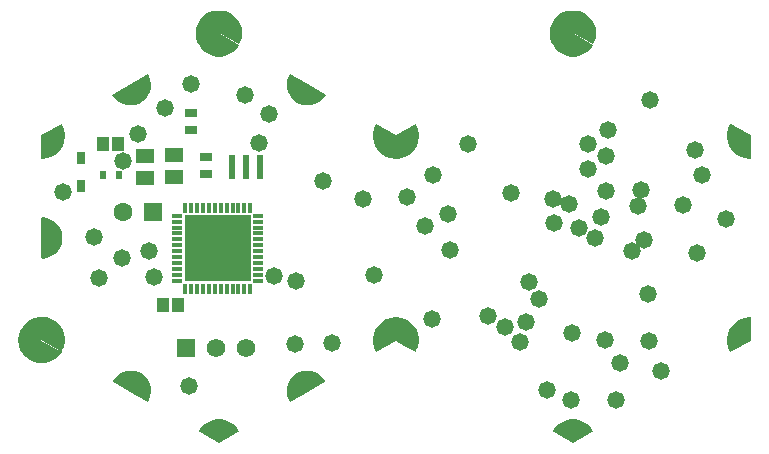
<source format=gbr>
%FSTAX23Y23*%
%MOIN*%
%SFA1B1*%

%IPPOS*%
%AMD40*
4,1,8,-0.011800,0.020500,-0.011800,0.020500,-0.020500,-0.011800,-0.020500,-0.011800,0.011900,-0.020500,0.011900,-0.020500,0.020500,0.011800,0.020500,0.011800,-0.011800,0.020500,0.0*
1,1,0.047370,0.000000,0.000000*
1,1,0.047370,0.000000,0.000000*
1,1,0.047370,0.000000,0.000000*
1,1,0.047370,0.000000,0.000000*
%
%AMD41*
4,1,8,-0.023700,0.000000,-0.023700,0.000000,0.000000,-0.023700,0.000000,-0.023700,0.023700,0.000000,0.023700,0.000000,0.000000,0.023700,0.000000,0.023700,-0.023700,0.000000,0.0*
1,1,0.047370,0.000000,0.000000*
1,1,0.047370,0.000000,0.000000*
1,1,0.047370,0.000000,0.000000*
1,1,0.047370,0.000000,0.000000*
%
%AMD42*
4,1,8,0.011900,0.020500,0.011900,0.020500,-0.020500,0.011800,-0.020500,0.011800,-0.011900,-0.020500,-0.011900,-0.020500,0.020500,-0.011900,0.020500,-0.011900,0.011900,0.020500,0.0*
1,1,0.047370,0.000000,0.000000*
1,1,0.047370,0.000000,0.000000*
1,1,0.047370,0.000000,0.000000*
1,1,0.047370,0.000000,0.000000*
%
%ADD38R,0.038976X0.029134*%
G04~CAMADD=40~8~0.0~0.0~473.7~473.7~236.9~0.0~15~0.0~0.0~0.0~0.0~0~0.0~0.0~0.0~0.0~0~0.0~0.0~0.0~30.0~474.0~473.0*
%ADD40D40*%
G04~CAMADD=41~8~0.0~0.0~473.7~473.7~236.9~0.0~15~0.0~0.0~0.0~0.0~0~0.0~0.0~0.0~0.0~0~0.0~0.0~0.0~90.0~474.0~473.0*
%ADD41D41*%
G04~CAMADD=42~8~0.0~0.0~473.7~473.7~236.9~0.0~15~0.0~0.0~0.0~0.0~0~0.0~0.0~0.0~0.0~0~0.0~0.0~0.0~330.0~474.0~473.0*
%ADD42D42*%
%ADD43C,0.063118*%
%ADD44R,0.063118X0.063118*%
%ADD45C,0.061811*%
%ADD46R,0.061811X0.061811*%
%ADD47C,0.058000*%
%ADD59R,0.224409X0.224409*%
%ADD60R,0.023622X0.031496*%
%ADD61R,0.011811X0.033465*%
%ADD63R,0.033465X0.011811*%
%ADD64R,0.023752X0.082803*%
%ADD65R,0.039496X0.045401*%
%ADD66R,0.027685X0.043433*%
%ADD67R,0.063000X0.051000*%
G36*
X00604Y00755D02*
X00619Y00749D01*
X00632Y00739*
X00643Y00728*
X00651Y00714*
X00656Y00699*
X00658Y00683*
X00657Y00667*
X00652Y00652*
X00648Y00645*
X00581Y00684*
X00513Y00645*
X00509Y00652*
X00505Y00667*
X00503Y00683*
X00505Y00699*
X0051Y00714*
X00519Y00728*
X00529Y00739*
X00542Y00749*
X00557Y00755*
X00573Y00758*
X00589*
X00604Y00755*
G37*
G36*
X-00576D02*
X-00561Y00749D01*
X-00548Y00739*
X-00537Y00728*
X-00529Y00714*
X-00524Y00699*
X-00522Y00683*
X-00523Y00667*
X-00528Y00652*
X-00532Y00645*
X-006Y00684*
X-00667Y00645*
X-00671Y00652*
X-00676Y00667*
X-00677Y00683*
X-00675Y00699*
X-0067Y00714*
X-00662Y00728*
X-00651Y00739*
X-00638Y00749*
X-00623Y00755*
X-00607Y00758*
X-00592*
X-00576Y00755*
G37*
G36*
X00648Y00644D02*
X00645Y00638D01*
X00636Y00628*
X00626Y00619*
X00614Y00612*
X00601Y00607*
X00588Y00604*
X00574Y00604*
X0056Y00607*
X00547Y00612*
X00535Y00619*
X00525Y00628*
X00516Y00639*
X00513Y00645*
X00581Y00684*
X00648Y00644*
G37*
G36*
X-00532D02*
X-00535Y00638D01*
X-00544Y00628*
X-00554Y00619*
X-00566Y00612*
X-00579Y00607*
X-00593Y00604*
X-00606Y00604*
X-0062Y00607*
X-00633Y00612*
X-00645Y00619*
X-00655Y00628*
X-00664Y00639*
X-00667Y00645*
X-00599Y00684*
X-00532Y00644*
G37*
G36*
X-00363Y00547D02*
X-00363Y00547D01*
X-00303Y00513*
X-00244Y00478*
X-00244Y00478*
X-00244Y00478*
X-00247Y00472*
X-00256Y00462*
X-00267Y00453*
X-00279Y00447*
X-00292Y00443*
X-00306Y00442*
X-0032Y00443*
X-00333Y00448*
X-00339Y00451*
X-00345Y00455*
X-00355Y00464*
X-00363Y00475*
X-00369Y00487*
X-00373Y00501*
X-00374Y00515*
X-00371Y00528*
X-00367Y00541*
X-00363Y00547*
X-00363Y00547*
G37*
G36*
X-00833Y00541D02*
X-00828Y00528D01*
X-00826Y00515*
X-00826Y00501*
X-0083Y00487*
X-00836Y00475*
X-00844Y00464*
X-00854Y00455*
X-00866Y00448*
X-00879Y00443*
X-00893Y00442*
X-00907Y00443*
X-0092Y00447*
X-00932Y00453*
X-00943Y00462*
X-00952Y00472*
X-00955Y00478*
X-00836Y00547*
X-00833Y00541*
G37*
G36*
X-01124Y00381D02*
D01*
G37*
G36*
X-00009Y00343D02*
X00056Y00381D01*
X00059Y00375*
X00064Y00362*
X00067Y00348*
X00067Y00335*
X00065Y00321*
X0006Y00308*
X00053Y00296*
X00044Y00286*
X00034Y00277*
X00022Y0027*
X00009Y00266*
X-00004Y00264*
X-00009Y00264*
X-00014Y00264*
X-00027Y00266*
X-00041Y0027*
X-00053Y00277*
X-00063Y00286*
X-00072Y00296*
X-00079Y00308*
X-00084Y00321*
X-00086Y00335*
X-00086Y00348*
X-00083Y00362*
X-00078Y00375*
X-00075Y00381*
X-00009Y00343*
G37*
G36*
X-01124Y0038D02*
X-01124Y00381D01*
X-01121Y00375*
X-01116Y00362*
X-01113Y00348*
X-01113Y00335*
X-01115Y00321*
X-0112Y00308*
X-01127Y00296*
X-01136Y00286*
X-01146Y00277*
X-01146Y00277*
X-01146Y00277*
X-01159Y0027*
X-01172Y00265*
X-01185Y00263*
X-01192Y00264*
X-01192Y00342*
X-01124Y00381*
X-01124Y0038*
G37*
G36*
X01106Y0038D02*
X01106Y0038D01*
X01132Y00366*
X01173Y00342*
Y00342*
X01173Y00341*
X01173Y00294*
Y00264*
X01173*
Y00263*
X01166Y00263*
X01153Y00265*
X0114Y0027*
X01128Y00277*
X01117Y00285*
X01108Y00296*
X01105Y00302*
X01101Y00308*
X01096Y00321*
X01094Y00335*
X01094Y00348*
X01097Y00362*
X01102Y00375*
X01105Y00381*
X01106Y0038*
G37*
G36*
X-01171Y00066D02*
X-01159Y00061D01*
X-01147Y00054*
X-01137Y00044*
X-01129Y00033*
X-01124Y0002*
X-01121Y00006*
Y-00006*
X-01124Y-0002*
X-01129Y-00033*
X-01137Y-00044*
X-01147Y-00054*
X-01159Y-00061*
X-01171Y-00066*
X-01172Y-00066*
X-01172Y-00066*
X-01185Y-00069*
X-01192Y-00068*
X-01192Y00068*
X-01192Y00068*
Y00068*
X-01185Y00069*
X-01171Y00066*
G37*
G36*
X01173Y-00264D02*
D01*
Y-00342*
X01105Y-00381*
X01102Y-00375*
X01097Y-00362*
X01094Y-00348*
X01094Y-00335*
X01096Y-00321*
X01101Y-00308*
X01108Y-00296*
X01117Y-00286*
X01128Y-00277*
X0114Y-0027*
X01153Y-00266*
X01166Y-00264*
X01173Y-00264*
G37*
G36*
X00009Y-00266D02*
X00022Y-0027D01*
X00034Y-00277*
X00044Y-00286*
X00053Y-00296*
X0006Y-00308*
X00065Y-00321*
X00067Y-00335*
X00067Y-00348*
X00064Y-00362*
X00059Y-00375*
X00056Y-00381*
X00023Y-00362*
X-00009Y-00343*
X-00075Y-00381*
X-00078Y-00375*
X-00083Y-00362*
X-00086Y-00348*
X-00086Y-00335*
X-00084Y-00321*
X-00079Y-00308*
X-00072Y-00296*
X-00063Y-00286*
X-00053Y-00277*
X-00041Y-0027*
X-00027Y-00266*
X-00014Y-00264*
X-00009Y-00264*
X-00004Y-00264*
X00009Y-00266*
G37*
G36*
X-01171Y-00265D02*
X-01158Y-0027D01*
X-01146Y-00277*
X-01136Y-00285*
X-01127Y-00296*
X-0112Y-00308*
X-01115Y-00321*
X-01113Y-00334*
X-01113Y-00348*
X-01116Y-00362*
X-01121Y-00375*
X-01124Y-0038*
X-01192Y-00341*
X-01192Y-00263*
X-01185Y-00263*
X-01171Y-00265*
G37*
G36*
X00056Y-00381D02*
D01*
G37*
G36*
X-01192Y-00342D02*
X-01124Y-00381D01*
X-01129Y-00387*
X-0114Y-00399*
X-01153Y-00408*
X-01167Y-00414*
X-01183Y-00418*
X-01199Y-00417*
X-01215Y-00414*
X-01229Y-00407*
X-01242Y-00398*
X-01253Y-00386*
X-01261Y-00372*
X-01266Y-00357*
X-01268Y-00341*
X-01266Y-00325*
X-01261Y-0031*
X-01253Y-00296*
X-01243Y-00284*
X-0123Y-00274*
X-01216Y-00267*
X-012Y-00264*
X-01192Y-00264*
X-01192Y-00342*
G37*
G36*
X-00292Y-00443D02*
X-00279Y-00447D01*
X-00267Y-00453*
X-00256Y-00462*
X-00247Y-00472*
X-00244Y-00478*
X-00303Y-00513*
X-00363Y-00547*
X-00366Y-00541*
X-00371Y-00528*
X-00373Y-00515*
X-00373Y-00501*
X-00369Y-00487*
X-00363Y-00475*
X-00355Y-00464*
X-00345Y-00455*
X-00333Y-00448*
X-0032Y-00443*
X-00306Y-00442*
X-00292Y-00443*
G37*
G36*
X-00879Y-00443D02*
X-00866Y-00448D01*
X-0086Y-00451*
X-00854Y-00455*
X-00844Y-00464*
X-00836Y-00475*
X-0083Y-00487*
X-00826Y-00501*
X-00825Y-00515*
X-00828Y-00528*
X-00832Y-00541*
X-00836Y-00547*
X-00836Y-00547*
X-00836Y-00547*
X-00896Y-00513*
X-00955Y-00478*
X-00955Y-00478*
X-00955Y-00478*
X-00952Y-00472*
X-00943Y-00462*
X-00932Y-00453*
X-0092Y-00447*
X-00907Y-00443*
X-00893Y-00442*
X-00879Y-00443*
G37*
G36*
X00587Y-00604D02*
X00601Y-00607D01*
X00614Y-00612*
X00626Y-00619*
X00636Y-00628*
X00645Y-00639*
X00648Y-00645*
X00645Y-00647*
X00645Y-00647*
X00581Y-00684*
X00516Y-00647*
X00517Y-00646*
X00513Y-00644*
X00516Y-00638*
X00525Y-00628*
X00535Y-00619*
X00547Y-00612*
X0056Y-00607*
X00574Y-00604*
X00587Y-00604*
G37*
G36*
X-00593D02*
X-00579Y-00607D01*
X-00566Y-00612*
X-00554Y-00619*
X-00544Y-00628*
X-00535Y-00639*
X-00532Y-00645*
X-00535Y-00647*
X-00535Y-00647*
X-006Y-00684*
X-00664Y-00647*
X-00664Y-00646*
X-00667Y-00644*
X-00664Y-00638*
X-00655Y-00628*
X-00645Y-00619*
X-00633Y-00612*
X-0062Y-00607*
X-00606Y-00604*
X-00593Y-00604*
G37*
G54D38*
X-00691Y00361D03*
X-00642Y00214D03*
Y00269D03*
X-00691Y00416D03*
G54D40*
X00581Y0065D03*
Y-0065D03*
X-006Y0065D03*
Y-0065D03*
X-00318Y00487D03*
X-00881Y-00487D03*
G54D41*
X-00881Y00487D03*
X-00006Y00305D03*
X01144Y-00325D03*
X-01163Y00325D03*
X-00006Y-00305D03*
X-00318Y-00487D03*
G54D42*
X01144Y00325D03*
X-01163Y-00325D03*
X-01163Y0D03*
G54D43*
X-00918Y00086D03*
G54D44*
X-0082Y00086D03*
G54D45*
X-00508Y-00366D03*
X-00608D03*
G54D46*
X-00708Y-00366D03*
G54D47*
X-00681Y-00054D03*
X00632Y00313D03*
X00631Y0023D03*
X00698Y0036D03*
X0069Y00274D03*
X00424Y-0028D03*
X00404Y-00347D03*
X-00465Y00315D03*
X-01017Y00004D03*
X-00869Y00347D03*
X-0078Y00434D03*
X-00434Y00412D03*
X00232Y00312D03*
X-00345Y-00352D03*
X-00221Y-0035D03*
X-007Y-00494D03*
X-00918Y00255D03*
X01092Y00062D03*
X-00252Y00191D03*
X-01118Y00152D03*
X00809Y00161D03*
X-00834Y-00044D03*
X00164Y00079D03*
X00374Y0015D03*
X00602Y00034D03*
X-00817Y-0013D03*
X-00081Y-00123D03*
X00517Y00051D03*
X00819Y-00006D03*
X00299Y-00259D03*
X00493Y-00508D03*
X00832Y-00187D03*
X-0012Y00129D03*
X00353Y-00297D03*
X00433Y-00147D03*
X00874Y-00443D03*
X0101Y00211D03*
X00113Y00209D03*
X00514Y0013D03*
X00086Y00041D03*
X00655Y0D03*
X0011Y-00271D03*
X00673Y0007D03*
X00468Y-00204D03*
X00987Y00294D03*
X-00341Y-00142D03*
X00171Y-0004D03*
X-00923Y-00066D03*
X00569Y00114D03*
X-00998Y-00133D03*
X00739Y-00418D03*
X0069Y00156D03*
X00578Y-00317D03*
X00777Y-00042D03*
X00574Y-0054D03*
X00723D03*
X00028Y00135D03*
X00796Y00107D03*
X00834Y-00345D03*
X00994Y-0005D03*
X00686Y-00339D03*
X00949Y00109D03*
X00837Y00459D03*
X-00511Y00475D03*
X-00417Y-00126D03*
X-00692Y00512D03*
G54D59*
X-00604Y-00034D03*
G54D60*
X-00931Y00209D03*
X-00986D03*
G54D61*
X-00613Y00101D03*
X-00633D03*
X-00653D03*
X-00712D03*
X-00692D03*
X-00672D03*
X-00535D03*
X-00515D03*
X-00495D03*
Y-00169D03*
X-00515D03*
X-00535D03*
X-00554D03*
X-00574D03*
X-00594D03*
X-00613D03*
X-00633D03*
X-00653D03*
X-00672D03*
X-00692D03*
X-00712D03*
X-00594Y00101D03*
X-00554D03*
X-00574D03*
G54D63*
X-00468Y00054D03*
Y00074D03*
Y00034D03*
Y00015D03*
Y-00004D03*
Y-00024D03*
Y-00043D03*
Y-00063D03*
Y-00083D03*
Y-00102D03*
Y-00122D03*
Y-00142D03*
X-00739D03*
Y-00122D03*
Y-00102D03*
Y-00083D03*
Y-00063D03*
Y-00043D03*
Y-00024D03*
Y-00004D03*
Y00015D03*
Y00034D03*
Y00054D03*
Y00074D03*
G54D64*
X-0051Y00236D03*
X-00557D03*
X-00463D03*
G54D65*
X-00986Y00312D03*
X-00786Y-00223D03*
X-00736D03*
X-00937Y00312D03*
G54D66*
X-01058Y00265D03*
Y00174D03*
G54D67*
X-00748Y00202D03*
X-00847Y00201D03*
Y00274D03*
X-00748Y00275D03*
M02*
</source>
